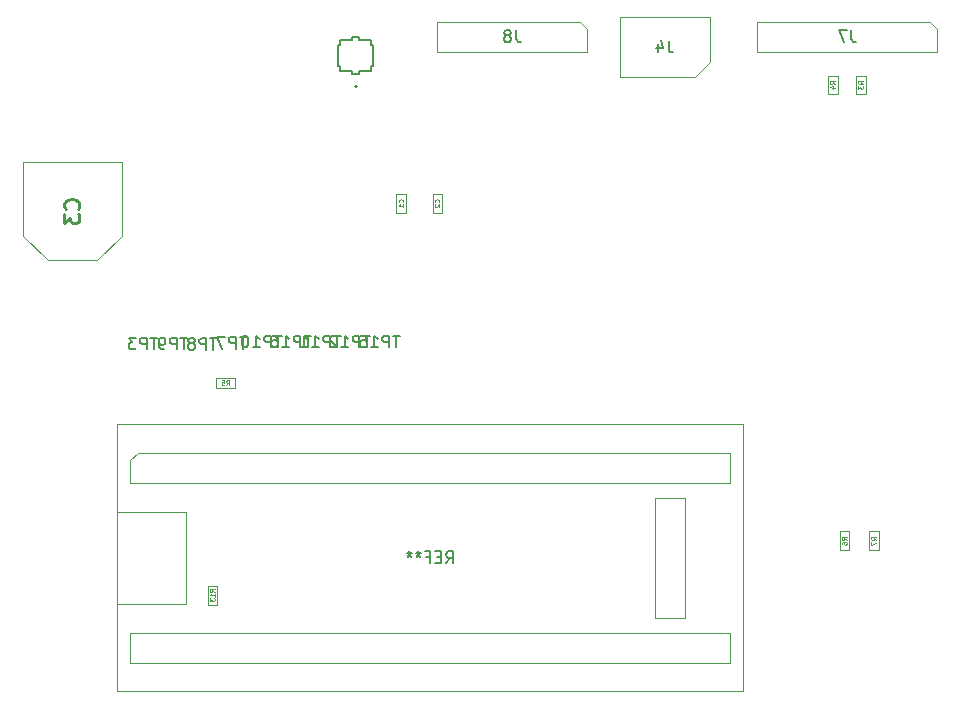
<source format=gbr>
G04 #@! TF.GenerationSoftware,KiCad,Pcbnew,5.1.9-73d0e3b20d~88~ubuntu18.04.1*
G04 #@! TF.CreationDate,2021-04-09T21:08:54+02:00*
G04 #@! TF.ProjectId,EcoApi_pcb,45636f41-7069-45f7-9063-622e6b696361,rev?*
G04 #@! TF.SameCoordinates,Original*
G04 #@! TF.FileFunction,Other,Fab,Bot*
%FSLAX46Y46*%
G04 Gerber Fmt 4.6, Leading zero omitted, Abs format (unit mm)*
G04 Created by KiCad (PCBNEW 5.1.9-73d0e3b20d~88~ubuntu18.04.1) date 2021-04-09 21:08:54*
%MOMM*%
%LPD*%
G01*
G04 APERTURE LIST*
%ADD10C,0.100000*%
%ADD11C,0.120000*%
%ADD12C,0.200000*%
%ADD13C,0.127000*%
%ADD14C,0.150000*%
%ADD15C,0.254000*%
%ADD16C,0.060000*%
G04 APERTURE END LIST*
D10*
G04 #@! TO.C,J4*
X128480000Y-78530000D02*
X128480000Y-74720000D01*
X128480000Y-74720000D02*
X120860000Y-74720000D01*
X120860000Y-74720000D02*
X120860000Y-79800000D01*
X120860000Y-79800000D02*
X127210000Y-79800000D01*
X127210000Y-79800000D02*
X128480000Y-78530000D01*
G04 #@! TO.C,C3*
X78690000Y-87010000D02*
X78690000Y-93235000D01*
X78690000Y-93235000D02*
X76615000Y-95310000D01*
X76615000Y-95310000D02*
X72465000Y-95310000D01*
X72465000Y-95310000D02*
X70390000Y-93235000D01*
X70390000Y-93235000D02*
X70390000Y-87010000D01*
X70390000Y-87010000D02*
X78690000Y-87010000D01*
G04 #@! TO.C,C2*
X105830000Y-91275000D02*
X105830000Y-89675000D01*
X105030000Y-91275000D02*
X105830000Y-91275000D01*
X105030000Y-89675000D02*
X105030000Y-91275000D01*
X105830000Y-89675000D02*
X105030000Y-89675000D01*
G04 #@! TO.C,C1*
X102770000Y-91285000D02*
X102770000Y-89685000D01*
X101970000Y-91285000D02*
X102770000Y-91285000D01*
X101970000Y-89685000D02*
X101970000Y-91285000D01*
X102770000Y-89685000D02*
X101970000Y-89685000D01*
G04 #@! TO.C,R13*
X85987500Y-122875000D02*
X85987500Y-124475000D01*
X86812500Y-122875000D02*
X85987500Y-122875000D01*
X86812500Y-124475000D02*
X86812500Y-122875000D01*
X85987500Y-124475000D02*
X86812500Y-124475000D01*
D11*
G04 #@! TO.C,U1*
X78330000Y-109220000D02*
X78330000Y-131820000D01*
X131330000Y-109220000D02*
X78380000Y-109220000D01*
X131330000Y-109220000D02*
X131330000Y-131820000D01*
X78330000Y-131820000D02*
X131330000Y-131820000D01*
D10*
X84180000Y-116620000D02*
X84180000Y-124420000D01*
X84180000Y-116620000D02*
X78380000Y-116620000D01*
X84180000Y-124420000D02*
X78380000Y-124420000D01*
X80065000Y-111630000D02*
X79430000Y-112265000D01*
X79430000Y-112265000D02*
X79430000Y-114170000D01*
X79430000Y-114170000D02*
X130230000Y-114170000D01*
X130230000Y-114170000D02*
X130230000Y-111630000D01*
X130230000Y-111630000D02*
X80065000Y-111630000D01*
X79430000Y-126870000D02*
X79430000Y-129410000D01*
X79430000Y-129410000D02*
X130230000Y-129410000D01*
X130230000Y-129410000D02*
X130230000Y-126870000D01*
X130230000Y-126870000D02*
X79430000Y-126870000D01*
X123880000Y-115440000D02*
X123880000Y-125600000D01*
X123880000Y-125600000D02*
X126420000Y-125600000D01*
X126420000Y-125600000D02*
X126420000Y-115440000D01*
X126420000Y-115440000D02*
X123880000Y-115440000D01*
G04 #@! TO.C,J7*
X132530000Y-77670000D02*
X147770000Y-77670000D01*
X132530000Y-75130000D02*
X132530000Y-77670000D01*
X147135000Y-75130000D02*
X132530000Y-75130000D01*
X147770000Y-75765000D02*
X147135000Y-75130000D01*
X147770000Y-77670000D02*
X147770000Y-75765000D01*
G04 #@! TO.C,J8*
X105410000Y-77670000D02*
X118110000Y-77670000D01*
X105410000Y-75130000D02*
X105410000Y-77670000D01*
X117475000Y-75130000D02*
X105410000Y-75130000D01*
X118110000Y-75765000D02*
X117475000Y-75130000D01*
X118110000Y-77670000D02*
X118110000Y-75765000D01*
G04 #@! TO.C,R7*
X142812500Y-119875000D02*
X142812500Y-118275000D01*
X141987500Y-119875000D02*
X142812500Y-119875000D01*
X141987500Y-118275000D02*
X141987500Y-119875000D01*
X142812500Y-118275000D02*
X141987500Y-118275000D01*
G04 #@! TO.C,R6*
X140312500Y-119875000D02*
X140312500Y-118275000D01*
X139487500Y-119875000D02*
X140312500Y-119875000D01*
X139487500Y-118275000D02*
X139487500Y-119875000D01*
X140312500Y-118275000D02*
X139487500Y-118275000D01*
G04 #@! TO.C,R5*
X86675000Y-106112500D02*
X88275000Y-106112500D01*
X86675000Y-105287500D02*
X86675000Y-106112500D01*
X88275000Y-105287500D02*
X86675000Y-105287500D01*
X88275000Y-106112500D02*
X88275000Y-105287500D01*
G04 #@! TO.C,R4*
X138487500Y-79675000D02*
X138487500Y-81275000D01*
X139312500Y-79675000D02*
X138487500Y-79675000D01*
X139312500Y-81275000D02*
X139312500Y-79675000D01*
X138487500Y-81275000D02*
X139312500Y-81275000D01*
G04 #@! TO.C,R3*
X140887500Y-79675000D02*
X140887500Y-81275000D01*
X141712500Y-79675000D02*
X140887500Y-79675000D01*
X141712500Y-81275000D02*
X141712500Y-79675000D01*
X140887500Y-81275000D02*
X141712500Y-81275000D01*
D12*
G04 #@! TO.C,J0*
X98645000Y-80610000D02*
G75*
G03*
X98645000Y-80610000I-100000J0D01*
G01*
D13*
X98225000Y-76700000D02*
X98225000Y-76450000D01*
X97225000Y-76700000D02*
X98225000Y-76700000D01*
X97225000Y-77100000D02*
X97225000Y-76700000D01*
X97025000Y-77100000D02*
X97225000Y-77100000D01*
X97025000Y-78900000D02*
X97025000Y-77100000D01*
X97225000Y-78900000D02*
X97025000Y-78900000D01*
X97225000Y-79300000D02*
X97225000Y-78900000D01*
X98225000Y-79300000D02*
X97225000Y-79300000D01*
X98225000Y-79550000D02*
X98225000Y-79300000D01*
X98825000Y-79550000D02*
X98225000Y-79550000D01*
X98825000Y-79300000D02*
X98825000Y-79550000D01*
X99825000Y-79300000D02*
X98825000Y-79300000D01*
X99825000Y-78900000D02*
X99825000Y-79300000D01*
X100025000Y-78900000D02*
X99825000Y-78900000D01*
X100025000Y-77100000D02*
X100025000Y-78900000D01*
X99825000Y-77100000D02*
X100025000Y-77100000D01*
X99825000Y-76700000D02*
X99825000Y-77100000D01*
X98825000Y-76700000D02*
X99825000Y-76700000D01*
X98825000Y-76450000D02*
X98825000Y-76700000D01*
X98225000Y-76450000D02*
X98825000Y-76450000D01*
G04 #@! TD*
G04 #@! TO.C,J4*
D14*
X125003333Y-76712380D02*
X125003333Y-77426666D01*
X125050952Y-77569523D01*
X125146190Y-77664761D01*
X125289047Y-77712380D01*
X125384285Y-77712380D01*
X124098571Y-77045714D02*
X124098571Y-77712380D01*
X124336666Y-76664761D02*
X124574761Y-77379047D01*
X123955714Y-77379047D01*
G04 #@! TO.C,C3*
D15*
X74993571Y-90948333D02*
X75054047Y-90887857D01*
X75114523Y-90706428D01*
X75114523Y-90585476D01*
X75054047Y-90404047D01*
X74933095Y-90283095D01*
X74812142Y-90222619D01*
X74570238Y-90162142D01*
X74388809Y-90162142D01*
X74146904Y-90222619D01*
X74025952Y-90283095D01*
X73905000Y-90404047D01*
X73844523Y-90585476D01*
X73844523Y-90706428D01*
X73905000Y-90887857D01*
X73965476Y-90948333D01*
X73844523Y-91371666D02*
X73844523Y-92157857D01*
X74328333Y-91734523D01*
X74328333Y-91915952D01*
X74388809Y-92036904D01*
X74449285Y-92097380D01*
X74570238Y-92157857D01*
X74872619Y-92157857D01*
X74993571Y-92097380D01*
X75054047Y-92036904D01*
X75114523Y-91915952D01*
X75114523Y-91553095D01*
X75054047Y-91432142D01*
X74993571Y-91371666D01*
G04 #@! TO.C,C2*
D16*
X105572857Y-90408333D02*
X105591904Y-90389285D01*
X105610952Y-90332142D01*
X105610952Y-90294047D01*
X105591904Y-90236904D01*
X105553809Y-90198809D01*
X105515714Y-90179761D01*
X105439523Y-90160714D01*
X105382380Y-90160714D01*
X105306190Y-90179761D01*
X105268095Y-90198809D01*
X105230000Y-90236904D01*
X105210952Y-90294047D01*
X105210952Y-90332142D01*
X105230000Y-90389285D01*
X105249047Y-90408333D01*
X105249047Y-90560714D02*
X105230000Y-90579761D01*
X105210952Y-90617857D01*
X105210952Y-90713095D01*
X105230000Y-90751190D01*
X105249047Y-90770238D01*
X105287142Y-90789285D01*
X105325238Y-90789285D01*
X105382380Y-90770238D01*
X105610952Y-90541666D01*
X105610952Y-90789285D01*
G04 #@! TO.C,C1*
X102512857Y-90418333D02*
X102531904Y-90399285D01*
X102550952Y-90342142D01*
X102550952Y-90304047D01*
X102531904Y-90246904D01*
X102493809Y-90208809D01*
X102455714Y-90189761D01*
X102379523Y-90170714D01*
X102322380Y-90170714D01*
X102246190Y-90189761D01*
X102208095Y-90208809D01*
X102170000Y-90246904D01*
X102150952Y-90304047D01*
X102150952Y-90342142D01*
X102170000Y-90399285D01*
X102189047Y-90418333D01*
X102550952Y-90799285D02*
X102550952Y-90570714D01*
X102550952Y-90685000D02*
X102150952Y-90685000D01*
X102208095Y-90646904D01*
X102246190Y-90608809D01*
X102265238Y-90570714D01*
G04 #@! TO.C,TP11*
D14*
X97238095Y-101702380D02*
X96666666Y-101702380D01*
X96952380Y-102702380D02*
X96952380Y-101702380D01*
X96333333Y-102702380D02*
X96333333Y-101702380D01*
X95952380Y-101702380D01*
X95857142Y-101750000D01*
X95809523Y-101797619D01*
X95761904Y-101892857D01*
X95761904Y-102035714D01*
X95809523Y-102130952D01*
X95857142Y-102178571D01*
X95952380Y-102226190D01*
X96333333Y-102226190D01*
X94809523Y-102702380D02*
X95380952Y-102702380D01*
X95095238Y-102702380D02*
X95095238Y-101702380D01*
X95190476Y-101845238D01*
X95285714Y-101940476D01*
X95380952Y-101988095D01*
X93857142Y-102702380D02*
X94428571Y-102702380D01*
X94142857Y-102702380D02*
X94142857Y-101702380D01*
X94238095Y-101845238D01*
X94333333Y-101940476D01*
X94428571Y-101988095D01*
G04 #@! TO.C,TP16*
X94738095Y-101702380D02*
X94166666Y-101702380D01*
X94452380Y-102702380D02*
X94452380Y-101702380D01*
X93833333Y-102702380D02*
X93833333Y-101702380D01*
X93452380Y-101702380D01*
X93357142Y-101750000D01*
X93309523Y-101797619D01*
X93261904Y-101892857D01*
X93261904Y-102035714D01*
X93309523Y-102130952D01*
X93357142Y-102178571D01*
X93452380Y-102226190D01*
X93833333Y-102226190D01*
X92309523Y-102702380D02*
X92880952Y-102702380D01*
X92595238Y-102702380D02*
X92595238Y-101702380D01*
X92690476Y-101845238D01*
X92785714Y-101940476D01*
X92880952Y-101988095D01*
X91452380Y-101702380D02*
X91642857Y-101702380D01*
X91738095Y-101750000D01*
X91785714Y-101797619D01*
X91880952Y-101940476D01*
X91928571Y-102130952D01*
X91928571Y-102511904D01*
X91880952Y-102607142D01*
X91833333Y-102654761D01*
X91738095Y-102702380D01*
X91547619Y-102702380D01*
X91452380Y-102654761D01*
X91404761Y-102607142D01*
X91357142Y-102511904D01*
X91357142Y-102273809D01*
X91404761Y-102178571D01*
X91452380Y-102130952D01*
X91547619Y-102083333D01*
X91738095Y-102083333D01*
X91833333Y-102130952D01*
X91880952Y-102178571D01*
X91928571Y-102273809D01*
G04 #@! TO.C,TP15*
X102238095Y-101702380D02*
X101666666Y-101702380D01*
X101952380Y-102702380D02*
X101952380Y-101702380D01*
X101333333Y-102702380D02*
X101333333Y-101702380D01*
X100952380Y-101702380D01*
X100857142Y-101750000D01*
X100809523Y-101797619D01*
X100761904Y-101892857D01*
X100761904Y-102035714D01*
X100809523Y-102130952D01*
X100857142Y-102178571D01*
X100952380Y-102226190D01*
X101333333Y-102226190D01*
X99809523Y-102702380D02*
X100380952Y-102702380D01*
X100095238Y-102702380D02*
X100095238Y-101702380D01*
X100190476Y-101845238D01*
X100285714Y-101940476D01*
X100380952Y-101988095D01*
X98904761Y-101702380D02*
X99380952Y-101702380D01*
X99428571Y-102178571D01*
X99380952Y-102130952D01*
X99285714Y-102083333D01*
X99047619Y-102083333D01*
X98952380Y-102130952D01*
X98904761Y-102178571D01*
X98857142Y-102273809D01*
X98857142Y-102511904D01*
X98904761Y-102607142D01*
X98952380Y-102654761D01*
X99047619Y-102702380D01*
X99285714Y-102702380D01*
X99380952Y-102654761D01*
X99428571Y-102607142D01*
G04 #@! TO.C,TP12*
X99738095Y-101702380D02*
X99166666Y-101702380D01*
X99452380Y-102702380D02*
X99452380Y-101702380D01*
X98833333Y-102702380D02*
X98833333Y-101702380D01*
X98452380Y-101702380D01*
X98357142Y-101750000D01*
X98309523Y-101797619D01*
X98261904Y-101892857D01*
X98261904Y-102035714D01*
X98309523Y-102130952D01*
X98357142Y-102178571D01*
X98452380Y-102226190D01*
X98833333Y-102226190D01*
X97309523Y-102702380D02*
X97880952Y-102702380D01*
X97595238Y-102702380D02*
X97595238Y-101702380D01*
X97690476Y-101845238D01*
X97785714Y-101940476D01*
X97880952Y-101988095D01*
X96928571Y-101797619D02*
X96880952Y-101750000D01*
X96785714Y-101702380D01*
X96547619Y-101702380D01*
X96452380Y-101750000D01*
X96404761Y-101797619D01*
X96357142Y-101892857D01*
X96357142Y-101988095D01*
X96404761Y-102130952D01*
X96976190Y-102702380D01*
X96357142Y-102702380D01*
G04 #@! TO.C,TP10*
X92238095Y-101702380D02*
X91666666Y-101702380D01*
X91952380Y-102702380D02*
X91952380Y-101702380D01*
X91333333Y-102702380D02*
X91333333Y-101702380D01*
X90952380Y-101702380D01*
X90857142Y-101750000D01*
X90809523Y-101797619D01*
X90761904Y-101892857D01*
X90761904Y-102035714D01*
X90809523Y-102130952D01*
X90857142Y-102178571D01*
X90952380Y-102226190D01*
X91333333Y-102226190D01*
X89809523Y-102702380D02*
X90380952Y-102702380D01*
X90095238Y-102702380D02*
X90095238Y-101702380D01*
X90190476Y-101845238D01*
X90285714Y-101940476D01*
X90380952Y-101988095D01*
X89190476Y-101702380D02*
X89095238Y-101702380D01*
X89000000Y-101750000D01*
X88952380Y-101797619D01*
X88904761Y-101892857D01*
X88857142Y-102083333D01*
X88857142Y-102321428D01*
X88904761Y-102511904D01*
X88952380Y-102607142D01*
X89000000Y-102654761D01*
X89095238Y-102702380D01*
X89190476Y-102702380D01*
X89285714Y-102654761D01*
X89333333Y-102607142D01*
X89380952Y-102511904D01*
X89428571Y-102321428D01*
X89428571Y-102083333D01*
X89380952Y-101892857D01*
X89333333Y-101797619D01*
X89285714Y-101750000D01*
X89190476Y-101702380D01*
G04 #@! TO.C,TP9*
X84251904Y-101872380D02*
X83680476Y-101872380D01*
X83966190Y-102872380D02*
X83966190Y-101872380D01*
X83347142Y-102872380D02*
X83347142Y-101872380D01*
X82966190Y-101872380D01*
X82870952Y-101920000D01*
X82823333Y-101967619D01*
X82775714Y-102062857D01*
X82775714Y-102205714D01*
X82823333Y-102300952D01*
X82870952Y-102348571D01*
X82966190Y-102396190D01*
X83347142Y-102396190D01*
X82299523Y-102872380D02*
X82109047Y-102872380D01*
X82013809Y-102824761D01*
X81966190Y-102777142D01*
X81870952Y-102634285D01*
X81823333Y-102443809D01*
X81823333Y-102062857D01*
X81870952Y-101967619D01*
X81918571Y-101920000D01*
X82013809Y-101872380D01*
X82204285Y-101872380D01*
X82299523Y-101920000D01*
X82347142Y-101967619D01*
X82394761Y-102062857D01*
X82394761Y-102300952D01*
X82347142Y-102396190D01*
X82299523Y-102443809D01*
X82204285Y-102491428D01*
X82013809Y-102491428D01*
X81918571Y-102443809D01*
X81870952Y-102396190D01*
X81823333Y-102300952D01*
G04 #@! TO.C,TP8*
X86761904Y-101902380D02*
X86190476Y-101902380D01*
X86476190Y-102902380D02*
X86476190Y-101902380D01*
X85857142Y-102902380D02*
X85857142Y-101902380D01*
X85476190Y-101902380D01*
X85380952Y-101950000D01*
X85333333Y-101997619D01*
X85285714Y-102092857D01*
X85285714Y-102235714D01*
X85333333Y-102330952D01*
X85380952Y-102378571D01*
X85476190Y-102426190D01*
X85857142Y-102426190D01*
X84714285Y-102330952D02*
X84809523Y-102283333D01*
X84857142Y-102235714D01*
X84904761Y-102140476D01*
X84904761Y-102092857D01*
X84857142Y-101997619D01*
X84809523Y-101950000D01*
X84714285Y-101902380D01*
X84523809Y-101902380D01*
X84428571Y-101950000D01*
X84380952Y-101997619D01*
X84333333Y-102092857D01*
X84333333Y-102140476D01*
X84380952Y-102235714D01*
X84428571Y-102283333D01*
X84523809Y-102330952D01*
X84714285Y-102330952D01*
X84809523Y-102378571D01*
X84857142Y-102426190D01*
X84904761Y-102521428D01*
X84904761Y-102711904D01*
X84857142Y-102807142D01*
X84809523Y-102854761D01*
X84714285Y-102902380D01*
X84523809Y-102902380D01*
X84428571Y-102854761D01*
X84380952Y-102807142D01*
X84333333Y-102711904D01*
X84333333Y-102521428D01*
X84380952Y-102426190D01*
X84428571Y-102378571D01*
X84523809Y-102330952D01*
G04 #@! TO.C,TP7*
X89261904Y-101802380D02*
X88690476Y-101802380D01*
X88976190Y-102802380D02*
X88976190Y-101802380D01*
X88357142Y-102802380D02*
X88357142Y-101802380D01*
X87976190Y-101802380D01*
X87880952Y-101850000D01*
X87833333Y-101897619D01*
X87785714Y-101992857D01*
X87785714Y-102135714D01*
X87833333Y-102230952D01*
X87880952Y-102278571D01*
X87976190Y-102326190D01*
X88357142Y-102326190D01*
X87452380Y-101802380D02*
X86785714Y-101802380D01*
X87214285Y-102802380D01*
G04 #@! TO.C,TP3*
X81711904Y-101872380D02*
X81140476Y-101872380D01*
X81426190Y-102872380D02*
X81426190Y-101872380D01*
X80807142Y-102872380D02*
X80807142Y-101872380D01*
X80426190Y-101872380D01*
X80330952Y-101920000D01*
X80283333Y-101967619D01*
X80235714Y-102062857D01*
X80235714Y-102205714D01*
X80283333Y-102300952D01*
X80330952Y-102348571D01*
X80426190Y-102396190D01*
X80807142Y-102396190D01*
X79902380Y-101872380D02*
X79283333Y-101872380D01*
X79616666Y-102253333D01*
X79473809Y-102253333D01*
X79378571Y-102300952D01*
X79330952Y-102348571D01*
X79283333Y-102443809D01*
X79283333Y-102681904D01*
X79330952Y-102777142D01*
X79378571Y-102824761D01*
X79473809Y-102872380D01*
X79759523Y-102872380D01*
X79854761Y-102824761D01*
X79902380Y-102777142D01*
G04 #@! TO.C,R13*
D16*
X86580952Y-123417857D02*
X86390476Y-123284523D01*
X86580952Y-123189285D02*
X86180952Y-123189285D01*
X86180952Y-123341666D01*
X86200000Y-123379761D01*
X86219047Y-123398809D01*
X86257142Y-123417857D01*
X86314285Y-123417857D01*
X86352380Y-123398809D01*
X86371428Y-123379761D01*
X86390476Y-123341666D01*
X86390476Y-123189285D01*
X86580952Y-123798809D02*
X86580952Y-123570238D01*
X86580952Y-123684523D02*
X86180952Y-123684523D01*
X86238095Y-123646428D01*
X86276190Y-123608333D01*
X86295238Y-123570238D01*
X86180952Y-123932142D02*
X86180952Y-124179761D01*
X86333333Y-124046428D01*
X86333333Y-124103571D01*
X86352380Y-124141666D01*
X86371428Y-124160714D01*
X86409523Y-124179761D01*
X86504761Y-124179761D01*
X86542857Y-124160714D01*
X86561904Y-124141666D01*
X86580952Y-124103571D01*
X86580952Y-123989285D01*
X86561904Y-123951190D01*
X86542857Y-123932142D01*
G04 #@! TO.C,U1*
D14*
X106163333Y-120972380D02*
X106496666Y-120496190D01*
X106734761Y-120972380D02*
X106734761Y-119972380D01*
X106353809Y-119972380D01*
X106258571Y-120020000D01*
X106210952Y-120067619D01*
X106163333Y-120162857D01*
X106163333Y-120305714D01*
X106210952Y-120400952D01*
X106258571Y-120448571D01*
X106353809Y-120496190D01*
X106734761Y-120496190D01*
X105734761Y-120448571D02*
X105401428Y-120448571D01*
X105258571Y-120972380D02*
X105734761Y-120972380D01*
X105734761Y-119972380D01*
X105258571Y-119972380D01*
X104496666Y-120448571D02*
X104830000Y-120448571D01*
X104830000Y-120972380D02*
X104830000Y-119972380D01*
X104353809Y-119972380D01*
X103830000Y-119972380D02*
X103830000Y-120210476D01*
X104068095Y-120115238D02*
X103830000Y-120210476D01*
X103591904Y-120115238D01*
X103972857Y-120400952D02*
X103830000Y-120210476D01*
X103687142Y-120400952D01*
X103068095Y-119972380D02*
X103068095Y-120210476D01*
X103306190Y-120115238D02*
X103068095Y-120210476D01*
X102830000Y-120115238D01*
X103210952Y-120400952D02*
X103068095Y-120210476D01*
X102925238Y-120400952D01*
G04 #@! TO.C,J7*
X140483333Y-75852380D02*
X140483333Y-76566666D01*
X140530952Y-76709523D01*
X140626190Y-76804761D01*
X140769047Y-76852380D01*
X140864285Y-76852380D01*
X140102380Y-75852380D02*
X139435714Y-75852380D01*
X139864285Y-76852380D01*
G04 #@! TO.C,J8*
X112093333Y-75852380D02*
X112093333Y-76566666D01*
X112140952Y-76709523D01*
X112236190Y-76804761D01*
X112379047Y-76852380D01*
X112474285Y-76852380D01*
X111474285Y-76280952D02*
X111569523Y-76233333D01*
X111617142Y-76185714D01*
X111664761Y-76090476D01*
X111664761Y-76042857D01*
X111617142Y-75947619D01*
X111569523Y-75900000D01*
X111474285Y-75852380D01*
X111283809Y-75852380D01*
X111188571Y-75900000D01*
X111140952Y-75947619D01*
X111093333Y-76042857D01*
X111093333Y-76090476D01*
X111140952Y-76185714D01*
X111188571Y-76233333D01*
X111283809Y-76280952D01*
X111474285Y-76280952D01*
X111569523Y-76328571D01*
X111617142Y-76376190D01*
X111664761Y-76471428D01*
X111664761Y-76661904D01*
X111617142Y-76757142D01*
X111569523Y-76804761D01*
X111474285Y-76852380D01*
X111283809Y-76852380D01*
X111188571Y-76804761D01*
X111140952Y-76757142D01*
X111093333Y-76661904D01*
X111093333Y-76471428D01*
X111140952Y-76376190D01*
X111188571Y-76328571D01*
X111283809Y-76280952D01*
G04 #@! TO.C,R7*
D16*
X142580952Y-119008333D02*
X142390476Y-118875000D01*
X142580952Y-118779761D02*
X142180952Y-118779761D01*
X142180952Y-118932142D01*
X142200000Y-118970238D01*
X142219047Y-118989285D01*
X142257142Y-119008333D01*
X142314285Y-119008333D01*
X142352380Y-118989285D01*
X142371428Y-118970238D01*
X142390476Y-118932142D01*
X142390476Y-118779761D01*
X142180952Y-119141666D02*
X142180952Y-119408333D01*
X142580952Y-119236904D01*
G04 #@! TO.C,R6*
X140080952Y-119008333D02*
X139890476Y-118875000D01*
X140080952Y-118779761D02*
X139680952Y-118779761D01*
X139680952Y-118932142D01*
X139700000Y-118970238D01*
X139719047Y-118989285D01*
X139757142Y-119008333D01*
X139814285Y-119008333D01*
X139852380Y-118989285D01*
X139871428Y-118970238D01*
X139890476Y-118932142D01*
X139890476Y-118779761D01*
X139680952Y-119351190D02*
X139680952Y-119275000D01*
X139700000Y-119236904D01*
X139719047Y-119217857D01*
X139776190Y-119179761D01*
X139852380Y-119160714D01*
X140004761Y-119160714D01*
X140042857Y-119179761D01*
X140061904Y-119198809D01*
X140080952Y-119236904D01*
X140080952Y-119313095D01*
X140061904Y-119351190D01*
X140042857Y-119370238D01*
X140004761Y-119389285D01*
X139909523Y-119389285D01*
X139871428Y-119370238D01*
X139852380Y-119351190D01*
X139833333Y-119313095D01*
X139833333Y-119236904D01*
X139852380Y-119198809D01*
X139871428Y-119179761D01*
X139909523Y-119160714D01*
G04 #@! TO.C,R5*
X87541666Y-105880952D02*
X87675000Y-105690476D01*
X87770238Y-105880952D02*
X87770238Y-105480952D01*
X87617857Y-105480952D01*
X87579761Y-105500000D01*
X87560714Y-105519047D01*
X87541666Y-105557142D01*
X87541666Y-105614285D01*
X87560714Y-105652380D01*
X87579761Y-105671428D01*
X87617857Y-105690476D01*
X87770238Y-105690476D01*
X87179761Y-105480952D02*
X87370238Y-105480952D01*
X87389285Y-105671428D01*
X87370238Y-105652380D01*
X87332142Y-105633333D01*
X87236904Y-105633333D01*
X87198809Y-105652380D01*
X87179761Y-105671428D01*
X87160714Y-105709523D01*
X87160714Y-105804761D01*
X87179761Y-105842857D01*
X87198809Y-105861904D01*
X87236904Y-105880952D01*
X87332142Y-105880952D01*
X87370238Y-105861904D01*
X87389285Y-105842857D01*
G04 #@! TO.C,R4*
X139080952Y-80408333D02*
X138890476Y-80275000D01*
X139080952Y-80179761D02*
X138680952Y-80179761D01*
X138680952Y-80332142D01*
X138700000Y-80370238D01*
X138719047Y-80389285D01*
X138757142Y-80408333D01*
X138814285Y-80408333D01*
X138852380Y-80389285D01*
X138871428Y-80370238D01*
X138890476Y-80332142D01*
X138890476Y-80179761D01*
X138814285Y-80751190D02*
X139080952Y-80751190D01*
X138661904Y-80655952D02*
X138947619Y-80560714D01*
X138947619Y-80808333D01*
G04 #@! TO.C,R3*
X141480952Y-80408333D02*
X141290476Y-80275000D01*
X141480952Y-80179761D02*
X141080952Y-80179761D01*
X141080952Y-80332142D01*
X141100000Y-80370238D01*
X141119047Y-80389285D01*
X141157142Y-80408333D01*
X141214285Y-80408333D01*
X141252380Y-80389285D01*
X141271428Y-80370238D01*
X141290476Y-80332142D01*
X141290476Y-80179761D01*
X141080952Y-80541666D02*
X141080952Y-80789285D01*
X141233333Y-80655952D01*
X141233333Y-80713095D01*
X141252380Y-80751190D01*
X141271428Y-80770238D01*
X141309523Y-80789285D01*
X141404761Y-80789285D01*
X141442857Y-80770238D01*
X141461904Y-80751190D01*
X141480952Y-80713095D01*
X141480952Y-80598809D01*
X141461904Y-80560714D01*
X141442857Y-80541666D01*
G04 #@! TD*
M02*

</source>
